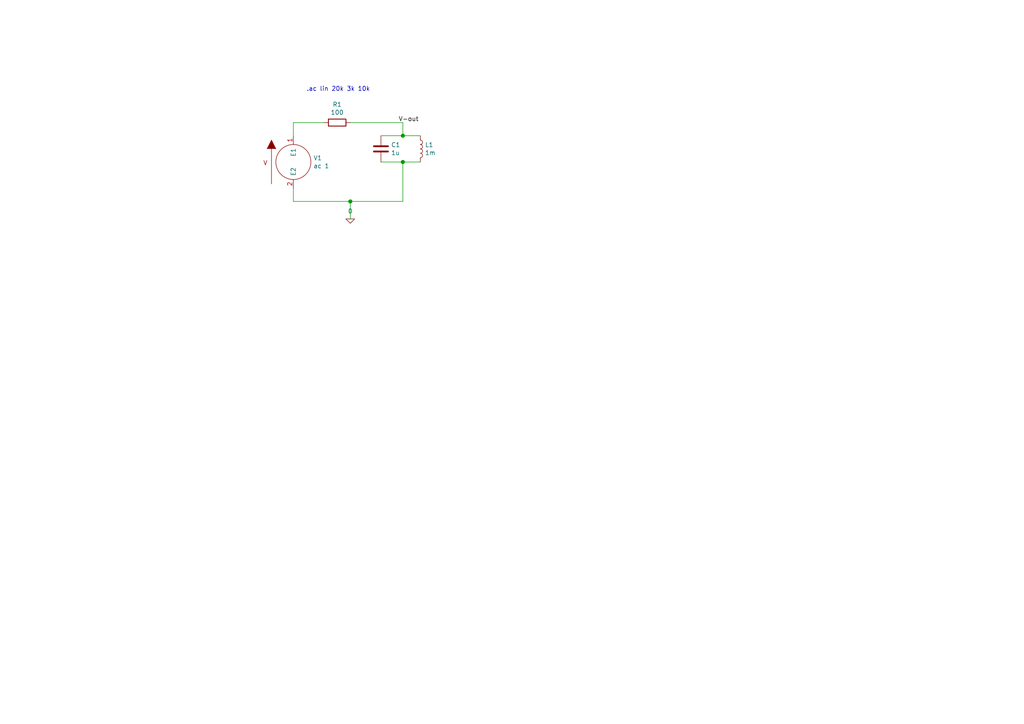
<source format=kicad_sch>
(kicad_sch (version 20211123) (generator eeschema)
  (paper "A4")
  (lib_symbols
    (symbol "Band-Pass-Filter-rescue:0-pspice" (power) (pin_names (offset 0))
      (property "Value" "0-pspice" (at 0 -1.778 0))
      (symbol "0-pspice_0_1"
        (polyline (pts (xy -1.27 0) (xy 0 -1.27) (xy 1.27 0) (xy -1.27 0)))
      )
      (symbol "0-pspice_1_1"
        (pin power_in line (at 0 0 0) (length 0) hide (name "0") (number "1"))
      )
    )
    (symbol "Band-Pass-Filter-rescue:C-Device" (pin_numbers hide) (pin_names (offset 0.254))
      (property "Reference" "C" (at 0.635 2.54 0))
      (property "Value" "C-Device" (at 0.635 -2.54 0))
      (symbol "C-Device_0_1"
        (polyline (pts (xy -2.032 -0.762) (xy 2.032 -0.762)) (stroke (width 0.508)))
        (polyline (pts (xy -2.032 0.762) (xy 2.032 0.762)) (stroke (width 0.508)))
      )
      (symbol "C-Device_1_1"
        (pin passive line (at 0 3.81 270) (length 2.794) (name "~") (number "1"))
        (pin passive line (at 0 -3.81 90) (length 2.794) (name "~") (number "2"))
      )
    )
    (symbol "Band-Pass-Filter-rescue:L-Device" (pin_numbers hide) (pin_names (offset 1.016) hide)
      (property "Reference" "L" (at -1.27 0 90))
      (property "Value" "L-Device" (at 1.905 0 90))
      (symbol "L-Device_0_1"
        (arc (start 0 -2.54) (mid 0.635 -1.905) (end 0 -1.27))
        (arc (start 0 -1.27) (mid 0.635 -0.635) (end 0 0))
        (arc (start 0 0) (mid 0.635 0.635) (end 0 1.27))
        (arc (start 0 1.27) (mid 0.635 1.905) (end 0 2.54))
      )
      (symbol "L-Device_1_1"
        (pin passive line (at 0 3.81 270) (length 1.27) (name "1") (number "1"))
        (pin passive line (at 0 -3.81 90) (length 1.27) (name "2") (number "2"))
      )
    )
    (symbol "Band-Pass-Filter-rescue:R-Device" (pin_numbers hide) (pin_names (offset 0))
      (property "Reference" "R" (at 2.032 0 90))
      (property "Value" "R-Device" (at 0 0 90))
      (symbol "R-Device_0_1"
        (rectangle (start -1.016 -2.54) (end 1.016 2.54) (stroke (width 0.254)))
      )
      (symbol "R-Device_1_1"
        (pin passive line (at 0 3.81 270) (length 1.27) (name "~") (number "1"))
        (pin passive line (at 0 -3.81 90) (length 1.27) (name "~") (number "2"))
      )
    )
    (symbol "Band-Pass-Filter-rescue:VSOURCE-pspice" (pin_names (offset 1.016))
      (property "Reference" "V" (at -6.35 7.62 0))
      (property "Value" "VSOURCE-pspice" (at 0 0 0))
      (symbol "VSOURCE-pspice_0_1"
        (polyline (pts (xy -6.35 -6.35) (xy -6.35 3.81)) (fill (type outline)))
        (polyline (pts (xy -7.62 3.81) (xy -6.35 6.35) (xy -5.08 3.81)) (fill (type outline)))
        (circle (center 0 0) (radius 5.08))
        (text "V" (at -8.128 -0.254 0) (effects (font (size 1.27 1.27))))
      )
      (symbol "VSOURCE-pspice_1_1"
        (pin input line (at 0 7.62 270) (length 2.54) (name "E1") (number "1"))
        (pin input line (at 0 -7.62 90) (length 2.54) (name "E2") (number "2"))
      )
    )
  )
  (junction (at 116.84 39.37) (diameter 1.016))
  (junction (at 116.84 46.99) (diameter 1.016))
  (junction (at 101.6 58.42) (diameter 1.016))
  (wire (pts (xy 116.84 39.37) (xy 110.49 39.37)))
  (wire (pts (xy 93.98 35.56) (xy 85.09 35.56)))
  (wire (pts (xy 121.92 39.37) (xy 116.84 39.37)))
  (wire (pts (xy 85.09 35.56) (xy 85.09 39.37)))
  (wire (pts (xy 116.84 58.42) (xy 116.84 46.99)))
  (wire (pts (xy 116.84 35.56) (xy 101.6 35.56)))
  (wire (pts (xy 116.84 46.99) (xy 121.92 46.99)))
  (wire (pts (xy 101.6 63.5) (xy 101.6 58.42)))
  (wire (pts (xy 101.6 58.42) (xy 116.84 58.42)))
  (wire (pts (xy 85.09 58.42) (xy 101.6 58.42)))
  (wire (pts (xy 110.49 46.99) (xy 116.84 46.99)))
  (wire (pts (xy 85.09 54.61) (xy 85.09 58.42)))
  (wire (pts (xy 116.84 39.37) (xy 116.84 35.56)))
  (text ".ac lin 20k 3k 10k" (at 88.9 26.67 0) (effects (font (size 1.27 1.27)) (justify left bottom)))
  (label "V-out" (at 115.57 35.56 0))
  (symbol (lib_id "Band-Pass-Filter-rescue:VSOURCE-pspice") (at 85.09 46.99 0) (unit 1)
    (property "Reference" "V1" (at 90.8812 45.8216 0) (effects (justify left)))
    (property "Value" "ac 1" (at 90.8812 48.133 0) (effects (justify left)))
  )
  (symbol (lib_id "Band-Pass-Filter-rescue:R-Device") (at 97.79 35.56 270) (unit 1)
    (property "Reference" "R1" (at 97.79 30.3022 90))
    (property "Value" "100" (at 97.79 32.6136 90))
  )
  (symbol (lib_id "Band-Pass-Filter-rescue:C-Device") (at 110.49 43.18 0) (unit 1)
    (property "Reference" "C1" (at 113.411 42.0116 0) (effects (justify left)))
    (property "Value" "1u" (at 113.411 44.323 0) (effects (justify left)))
  )
  (symbol (lib_id "Band-Pass-Filter-rescue:L-Device") (at 121.92 43.18 0) (unit 1)
    (property "Reference" "L1" (at 123.2408 42.0116 0) (effects (justify left)))
    (property "Value" "1m" (at 123.2408 44.323 0) (effects (justify left)))
  )
  (symbol (lib_id "Band-Pass-Filter-rescue:0-pspice") (at 101.6 63.5 0) (unit 1)
    (property "Reference" "#GND01" (effects hide))
    (property "Value" "0" (at 101.6 61.2394 0))
  )
)
</source>
